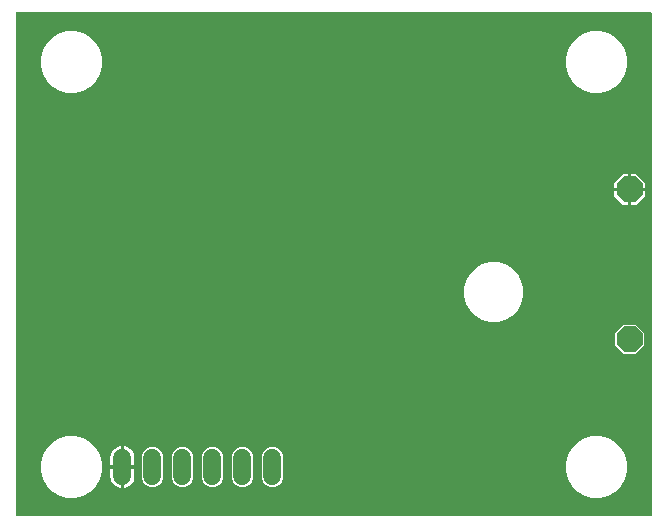
<source format=gbr>
G04 EAGLE Gerber X2 export*
%TF.Part,Single*%
%TF.FileFunction,Copper,L2,Bot,Mixed*%
%TF.FilePolarity,Positive*%
%TF.GenerationSoftware,Autodesk,EAGLE,8.7.0*%
%TF.CreationDate,2018-04-13T05:44:18Z*%
G75*
%MOMM*%
%FSLAX34Y34*%
%LPD*%
%AMOC8*
5,1,8,0,0,1.08239X$1,22.5*%
G01*
%ADD10P,2.336880X8X22.500000*%
%ADD11C,1.524000*%
%ADD12C,0.756400*%

G36*
X547898Y10164D02*
X547898Y10164D01*
X547917Y10162D01*
X548019Y10184D01*
X548121Y10200D01*
X548138Y10210D01*
X548158Y10214D01*
X548247Y10267D01*
X548338Y10316D01*
X548352Y10330D01*
X548369Y10340D01*
X548436Y10419D01*
X548508Y10494D01*
X548516Y10512D01*
X548529Y10527D01*
X548568Y10623D01*
X548611Y10717D01*
X548613Y10737D01*
X548621Y10755D01*
X548639Y10922D01*
X548639Y436118D01*
X548636Y436138D01*
X548638Y436157D01*
X548616Y436259D01*
X548600Y436361D01*
X548590Y436378D01*
X548586Y436398D01*
X548533Y436487D01*
X548484Y436578D01*
X548470Y436592D01*
X548460Y436609D01*
X548381Y436676D01*
X548306Y436748D01*
X548288Y436756D01*
X548273Y436769D01*
X548177Y436808D01*
X548083Y436851D01*
X548063Y436853D01*
X548045Y436861D01*
X547878Y436879D01*
X10922Y436879D01*
X10902Y436876D01*
X10883Y436878D01*
X10781Y436856D01*
X10679Y436840D01*
X10662Y436830D01*
X10642Y436826D01*
X10553Y436773D01*
X10462Y436724D01*
X10448Y436710D01*
X10431Y436700D01*
X10364Y436621D01*
X10292Y436546D01*
X10284Y436528D01*
X10271Y436513D01*
X10232Y436417D01*
X10189Y436323D01*
X10187Y436303D01*
X10179Y436285D01*
X10161Y436118D01*
X10161Y10922D01*
X10164Y10902D01*
X10162Y10883D01*
X10184Y10781D01*
X10200Y10679D01*
X10210Y10662D01*
X10214Y10642D01*
X10267Y10553D01*
X10316Y10462D01*
X10330Y10448D01*
X10340Y10431D01*
X10419Y10364D01*
X10494Y10292D01*
X10512Y10284D01*
X10527Y10271D01*
X10623Y10232D01*
X10717Y10189D01*
X10737Y10187D01*
X10755Y10179D01*
X10922Y10161D01*
X547878Y10161D01*
X547898Y10164D01*
G37*
%LPC*%
G36*
X498222Y368934D02*
X498222Y368934D01*
X491601Y370709D01*
X485664Y374136D01*
X480816Y378984D01*
X477389Y384921D01*
X475614Y391542D01*
X475614Y398398D01*
X477389Y405019D01*
X480816Y410956D01*
X485664Y415804D01*
X491601Y419231D01*
X498222Y421006D01*
X505078Y421006D01*
X511699Y419231D01*
X517636Y415804D01*
X522484Y410956D01*
X525911Y405019D01*
X527686Y398398D01*
X527686Y391542D01*
X525911Y384921D01*
X522484Y378984D01*
X517636Y374136D01*
X511699Y370709D01*
X505078Y368934D01*
X498222Y368934D01*
G37*
%LPD*%
%LPC*%
G36*
X53722Y368934D02*
X53722Y368934D01*
X47101Y370709D01*
X41164Y374136D01*
X36316Y378984D01*
X32889Y384921D01*
X31114Y391542D01*
X31114Y398398D01*
X32889Y405019D01*
X36316Y410956D01*
X41164Y415804D01*
X47101Y419231D01*
X53722Y421006D01*
X60578Y421006D01*
X67199Y419231D01*
X73136Y415804D01*
X77984Y410956D01*
X81411Y405019D01*
X83186Y398398D01*
X83186Y391542D01*
X81411Y384921D01*
X77984Y378984D01*
X73136Y374136D01*
X67199Y370709D01*
X60578Y368934D01*
X53722Y368934D01*
G37*
%LPD*%
%LPC*%
G36*
X498222Y26034D02*
X498222Y26034D01*
X491601Y27809D01*
X485664Y31236D01*
X480816Y36084D01*
X477389Y42021D01*
X475614Y48642D01*
X475614Y55498D01*
X477389Y62119D01*
X480816Y68056D01*
X485664Y72904D01*
X491601Y76331D01*
X498222Y78106D01*
X505078Y78106D01*
X511699Y76331D01*
X517636Y72904D01*
X522484Y68056D01*
X525911Y62119D01*
X527686Y55498D01*
X527686Y48642D01*
X525911Y42021D01*
X522484Y36084D01*
X517636Y31236D01*
X511699Y27809D01*
X505078Y26034D01*
X498222Y26034D01*
G37*
%LPD*%
%LPC*%
G36*
X53722Y26034D02*
X53722Y26034D01*
X47101Y27809D01*
X41164Y31236D01*
X36316Y36084D01*
X32889Y42021D01*
X31114Y48642D01*
X31114Y55498D01*
X32889Y62119D01*
X36316Y68056D01*
X41164Y72904D01*
X47101Y76331D01*
X53722Y78106D01*
X60578Y78106D01*
X67199Y76331D01*
X73136Y72904D01*
X77984Y68056D01*
X81411Y62119D01*
X83186Y55498D01*
X83186Y48642D01*
X81411Y42021D01*
X77984Y36084D01*
X73136Y31236D01*
X67199Y27809D01*
X60578Y26034D01*
X53722Y26034D01*
G37*
%LPD*%
%LPC*%
G36*
X411438Y174859D02*
X411438Y174859D01*
X405038Y176574D01*
X399301Y179886D01*
X394616Y184571D01*
X391304Y190308D01*
X389589Y196708D01*
X389589Y203332D01*
X391304Y209732D01*
X394616Y215469D01*
X399301Y220154D01*
X405038Y223466D01*
X411438Y225181D01*
X418062Y225181D01*
X424462Y223466D01*
X430199Y220154D01*
X434884Y215469D01*
X438196Y209732D01*
X439911Y203332D01*
X439911Y196708D01*
X438196Y190308D01*
X434884Y184571D01*
X430199Y179886D01*
X424462Y176574D01*
X418062Y174859D01*
X411438Y174859D01*
G37*
%LPD*%
%LPC*%
G36*
X225511Y35305D02*
X225511Y35305D01*
X222150Y36697D01*
X219577Y39270D01*
X218185Y42631D01*
X218185Y61509D01*
X219577Y64870D01*
X222150Y67443D01*
X225511Y68835D01*
X229149Y68835D01*
X232510Y67443D01*
X235083Y64870D01*
X236475Y61509D01*
X236475Y42631D01*
X235083Y39270D01*
X232510Y36697D01*
X229149Y35305D01*
X225511Y35305D01*
G37*
%LPD*%
%LPC*%
G36*
X149311Y35305D02*
X149311Y35305D01*
X145950Y36697D01*
X143377Y39270D01*
X141985Y42631D01*
X141985Y61509D01*
X143377Y64870D01*
X145950Y67443D01*
X149311Y68835D01*
X152949Y68835D01*
X156310Y67443D01*
X158883Y64870D01*
X160275Y61509D01*
X160275Y42631D01*
X158883Y39270D01*
X156310Y36697D01*
X152949Y35305D01*
X149311Y35305D01*
G37*
%LPD*%
%LPC*%
G36*
X200111Y35305D02*
X200111Y35305D01*
X196750Y36697D01*
X194177Y39270D01*
X192785Y42631D01*
X192785Y61509D01*
X194177Y64870D01*
X196750Y67443D01*
X200111Y68835D01*
X203749Y68835D01*
X207110Y67443D01*
X209683Y64870D01*
X211075Y61509D01*
X211075Y42631D01*
X209683Y39270D01*
X207110Y36697D01*
X203749Y35305D01*
X200111Y35305D01*
G37*
%LPD*%
%LPC*%
G36*
X123911Y35305D02*
X123911Y35305D01*
X120550Y36697D01*
X117977Y39270D01*
X116585Y42631D01*
X116585Y61509D01*
X117977Y64870D01*
X120550Y67443D01*
X123911Y68835D01*
X127549Y68835D01*
X130910Y67443D01*
X133483Y64870D01*
X134875Y61509D01*
X134875Y42631D01*
X133483Y39270D01*
X130910Y36697D01*
X127549Y35305D01*
X123911Y35305D01*
G37*
%LPD*%
%LPC*%
G36*
X174711Y35305D02*
X174711Y35305D01*
X171350Y36697D01*
X168777Y39270D01*
X167385Y42631D01*
X167385Y61509D01*
X168777Y64870D01*
X171350Y67443D01*
X174711Y68835D01*
X178349Y68835D01*
X181710Y67443D01*
X184283Y64870D01*
X185675Y61509D01*
X185675Y42631D01*
X184283Y39270D01*
X181710Y36697D01*
X178349Y35305D01*
X174711Y35305D01*
G37*
%LPD*%
%LPC*%
G36*
X524697Y147700D02*
X524697Y147700D01*
X517480Y154917D01*
X517480Y165123D01*
X524697Y172340D01*
X534903Y172340D01*
X542120Y165123D01*
X542120Y154917D01*
X534903Y147700D01*
X524697Y147700D01*
G37*
%LPD*%
%LPC*%
G36*
X101853Y53593D02*
X101853Y53593D01*
X101853Y69736D01*
X102709Y69601D01*
X104230Y69106D01*
X105655Y68380D01*
X106949Y67440D01*
X108080Y66309D01*
X109020Y65015D01*
X109746Y63590D01*
X110241Y62069D01*
X110491Y60490D01*
X110491Y53593D01*
X101853Y53593D01*
G37*
%LPD*%
%LPC*%
G36*
X101853Y50547D02*
X101853Y50547D01*
X110491Y50547D01*
X110491Y43650D01*
X110241Y42071D01*
X109746Y40550D01*
X109020Y39125D01*
X108080Y37831D01*
X106949Y36700D01*
X105655Y35760D01*
X104230Y35034D01*
X102709Y34539D01*
X101853Y34404D01*
X101853Y50547D01*
G37*
%LPD*%
%LPC*%
G36*
X90169Y53593D02*
X90169Y53593D01*
X90169Y60490D01*
X90419Y62069D01*
X90914Y63590D01*
X91640Y65015D01*
X92580Y66309D01*
X93711Y67440D01*
X95005Y68380D01*
X96430Y69106D01*
X97951Y69601D01*
X98807Y69736D01*
X98807Y53593D01*
X90169Y53593D01*
G37*
%LPD*%
%LPC*%
G36*
X97951Y34539D02*
X97951Y34539D01*
X96430Y35034D01*
X95005Y35760D01*
X93711Y36700D01*
X92580Y37831D01*
X91640Y39125D01*
X90914Y40550D01*
X90419Y42071D01*
X90169Y43650D01*
X90169Y50547D01*
X98807Y50547D01*
X98807Y34404D01*
X97951Y34539D01*
G37*
%LPD*%
%LPC*%
G36*
X531323Y288543D02*
X531323Y288543D01*
X531323Y300356D01*
X535324Y300356D01*
X543136Y292544D01*
X543136Y288543D01*
X531323Y288543D01*
G37*
%LPD*%
%LPC*%
G36*
X531323Y273684D02*
X531323Y273684D01*
X531323Y285497D01*
X543136Y285497D01*
X543136Y281496D01*
X535324Y273684D01*
X531323Y273684D01*
G37*
%LPD*%
%LPC*%
G36*
X516464Y288543D02*
X516464Y288543D01*
X516464Y292544D01*
X524276Y300356D01*
X528277Y300356D01*
X528277Y288543D01*
X516464Y288543D01*
G37*
%LPD*%
%LPC*%
G36*
X524276Y273684D02*
X524276Y273684D01*
X516464Y281496D01*
X516464Y285497D01*
X528277Y285497D01*
X528277Y273684D01*
X524276Y273684D01*
G37*
%LPD*%
%LPC*%
G36*
X529799Y287019D02*
X529799Y287019D01*
X529799Y287021D01*
X529801Y287021D01*
X529801Y287019D01*
X529799Y287019D01*
G37*
%LPD*%
%LPC*%
G36*
X100329Y52069D02*
X100329Y52069D01*
X100329Y52071D01*
X100331Y52071D01*
X100331Y52069D01*
X100329Y52069D01*
G37*
%LPD*%
D10*
X529800Y287020D03*
X529800Y160020D03*
D11*
X227330Y59690D02*
X227330Y44450D01*
X201930Y44450D02*
X201930Y59690D01*
X176530Y59690D02*
X176530Y44450D01*
X151130Y44450D02*
X151130Y59690D01*
X125730Y59690D02*
X125730Y44450D01*
X100330Y44450D02*
X100330Y59690D01*
D12*
X128700Y367200D03*
X220980Y367030D03*
X220980Y81280D03*
M02*

</source>
